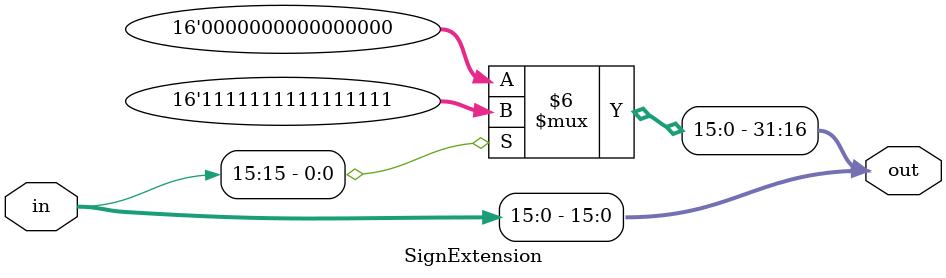
<source format=v>
`timescale 1ns / 1ps
module SignExtension(in, out);

  /* A 16-Bit input word */
    input [15:0] in;
    
    /* A 32-Bit output word */
    output reg [31:0] out;   //using always @
    //output [31:0] out;   //using assign statement
    
    /* Fill in the implementation here ... */
    always @ (in) begin
        if (in[15] == 0) begin
            out = 32'h0;
            out[15:0] = in;
        end
        else begin
            out[31:16] = 16'b1111111111111111;
            out[15:0] = in;
        end
    end
	

endmodule

</source>
